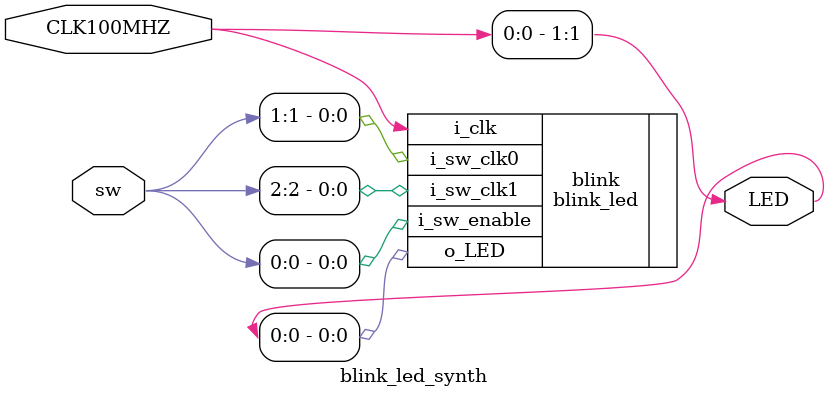
<source format=v>
`timescale 1ns / 1ps

//switch 0 is enable pin, switch 1/2 is clk frequency select 
//Using 100 MHZ clock on Basys 3 board
//LED 0 is frequency output (100 Hz, 50 Hz, 10 Hz, or 1 Hz depending on select lines/MUX)
//LED 1 is 100MHZ clk output (very fast)
module blink_led_synth(
    input [15:0] sw,
    input CLK100MHZ,
    output [15:0] LED
    );
    
    blink_led blink(.i_sw_enable(sw[0]), .i_sw_clk1(sw[2]), .i_sw_clk0(sw[1]), .i_clk(CLK100MHZ), .o_LED(LED[0]));
    
    assign LED[1] = CLK100MHZ;
    
endmodule

</source>
